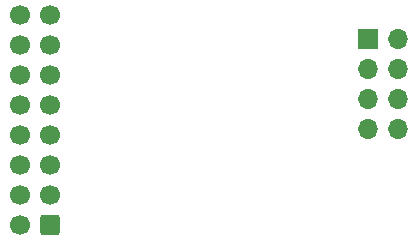
<source format=gbs>
%TF.GenerationSoftware,KiCad,Pcbnew,8.0.2*%
%TF.CreationDate,2024-09-09T09:37:28-05:00*%
%TF.ProjectId,wh3lk,7768336c-6b2e-46b6-9963-61645f706362,v2.0.0a*%
%TF.SameCoordinates,Original*%
%TF.FileFunction,Soldermask,Bot*%
%TF.FilePolarity,Negative*%
%FSLAX46Y46*%
G04 Gerber Fmt 4.6, Leading zero omitted, Abs format (unit mm)*
G04 Created by KiCad (PCBNEW 8.0.2) date 2024-09-09 09:37:28*
%MOMM*%
%LPD*%
G01*
G04 APERTURE LIST*
G04 Aperture macros list*
%AMRoundRect*
0 Rectangle with rounded corners*
0 $1 Rounding radius*
0 $2 $3 $4 $5 $6 $7 $8 $9 X,Y pos of 4 corners*
0 Add a 4 corners polygon primitive as box body*
4,1,4,$2,$3,$4,$5,$6,$7,$8,$9,$2,$3,0*
0 Add four circle primitives for the rounded corners*
1,1,$1+$1,$2,$3*
1,1,$1+$1,$4,$5*
1,1,$1+$1,$6,$7*
1,1,$1+$1,$8,$9*
0 Add four rect primitives between the rounded corners*
20,1,$1+$1,$2,$3,$4,$5,0*
20,1,$1+$1,$4,$5,$6,$7,0*
20,1,$1+$1,$6,$7,$8,$9,0*
20,1,$1+$1,$8,$9,$2,$3,0*%
G04 Aperture macros list end*
%ADD10R,1.700000X1.700000*%
%ADD11O,1.700000X1.700000*%
%ADD12RoundRect,0.250000X0.600000X0.600000X-0.600000X0.600000X-0.600000X-0.600000X0.600000X-0.600000X0*%
%ADD13C,1.700000*%
G04 APERTURE END LIST*
D10*
%TO.C,J2*%
X90960000Y-68500000D03*
D11*
X93500000Y-68500000D03*
X90960000Y-71040000D03*
X93500000Y-71040000D03*
X90960000Y-73580000D03*
X93500000Y-73580000D03*
X90960000Y-76120000D03*
X93500000Y-76120000D03*
%TD*%
D12*
%TO.C,J1*%
X64000000Y-84280000D03*
D13*
X61460000Y-84280000D03*
X64000000Y-81740000D03*
X61460000Y-81740000D03*
X64000000Y-79200000D03*
X61460000Y-79200000D03*
X64000000Y-76660000D03*
X61460000Y-76660000D03*
X64000000Y-74120000D03*
X61460000Y-74120000D03*
X64000000Y-71580000D03*
X61460000Y-71580000D03*
X64000000Y-69040000D03*
X61460000Y-69040000D03*
X64000000Y-66500000D03*
X61460000Y-66500000D03*
%TD*%
M02*

</source>
